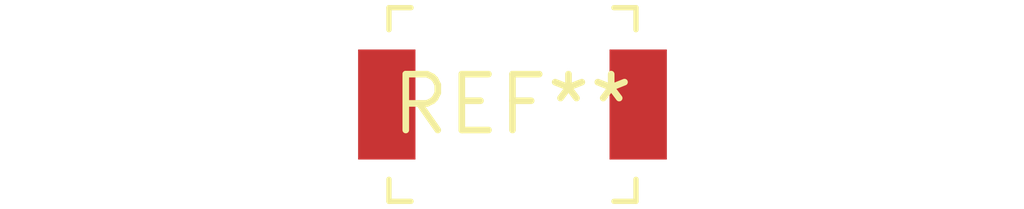
<source format=kicad_pcb>
(kicad_pcb (version 20240108) (generator pcbnew)
  (layers (0 "F.Cu" signal) (31 "B.Cu" signal) (34 "B.Paste" user) (35 "F.Paste" user) (36 "B.SilkS" user "B.Silkscreen") (37 "F.SilkS" user "F.Silkscreen") (38 "B.Mask" user) (39 "F.Mask" user) (44 "Edge.Cuts" user))
  (net 0 "")
  (footprint "C_Trimmer_Murata_TZW4" (layer "F.Cu") (at 0 0)
    (property "Reference" "REF**")
    (property "Value" "C_Trimmer_Murata_TZW4")
    (fp_line (start -2.8 -2.2) (end -2.8 -1.7) (layer "F.SilkS") (stroke (width 0.12)))
    (fp_line (start -2.8 -2.2) (end -2.3 -2.2) (layer "F.SilkS") (stroke (width 0.12)))
    (fp_line (start -2.8 2.2) (end -2.8 1.7) (layer "F.SilkS") (stroke (width 0.12)))
    (fp_line (start -2.8 2.2) (end -2.3 2.2) (layer "F.SilkS") (stroke (width 0.12)))
    (fp_line (start 2.8 -2.2) (end 2.3 -2.2) (layer "F.SilkS") (stroke (width 0.12)))
    (fp_line (start 2.8 -2.2) (end 2.8 -1.7) (layer "F.SilkS") (stroke (width 0.12)))
    (fp_line (start 2.8 2.2) (end 2.3 2.2) (layer "F.SilkS") (stroke (width 0.12)))
    (fp_line (start 2.8 2.2) (end 2.8 1.7) (layer "F.SilkS") (stroke (width 0.12)))
    (pad "1" smd rect (at -2.85 0) (size 1.3 2.5) (layers "F.Cu" "F.Paste" "F.Mask"))
    (pad "2" smd rect (at 2.85 0) (size 1.3 2.5) (layers "F.Cu" "F.Paste" "F.Mask"))
  )
)
</source>
